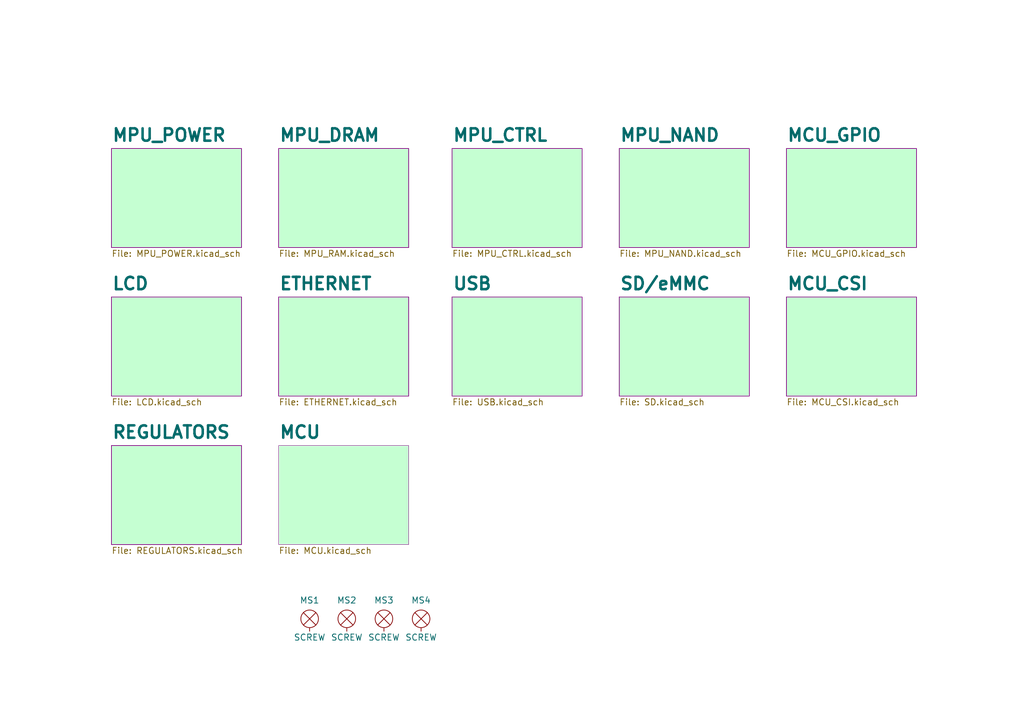
<source format=kicad_sch>
(kicad_sch (version 20210621) (generator eeschema)
  (paper "A5")
  (title_block (title "iMX6ULL Compute Module & Base Board") (date "2021-03-23") (rev "1.0") (company "AHSA Elektronik"))
  (lib_symbols
    (symbol "abdullah:SCREW" (pin_numbers hide) (pin_names hide)
      (property "Reference" "MS" (at 0 3.81 0))
      (property "Value" "SCREW" (at 0 -3.81 0))
      (symbol "SCREW_0_1"
        (circle (center 0 0) (radius 1.8034))
        (polyline (pts (xy -1.27 -1.27) (xy 1.27 1.27)))
        (polyline (pts (xy 1.27 -1.27) (xy -1.27 1.27)))
      )
      (symbol "SCREW_1_1"
        (pin input line (at 0 -2.54 90) (length 0.635) (name "Back") (number "1"))
      )
    )
  )
  (symbol (lib_id "abdullah:SCREW") (at 63.5 127 0) (unit 1)
    (property "Reference" "MS1" (at 63.5 123.19 0))
    (property "Value" "SCREW" (at 63.5 130.81 0))
    (property "Footprint" "new-abdullah:M3-Screw-Front" (effects hide))
  )
  (symbol (lib_id "abdullah:SCREW") (at 71.12 127 0) (unit 1)
    (property "Reference" "MS2" (at 71.12 123.19 0))
    (property "Value" "SCREW" (at 71.12 130.81 0))
    (property "Footprint" "new-abdullah:M3-Screw-Front" (effects hide))
  )
  (symbol (lib_id "abdullah:SCREW") (at 78.74 127 0) (unit 1)
    (property "Reference" "MS3" (at 78.74 123.19 0))
    (property "Value" "SCREW" (at 78.74 130.81 0))
    (property "Footprint" "new-abdullah:M3-Screw-Front" (effects hide))
  )
  (symbol (lib_id "abdullah:SCREW") (at 86.36 127 0) (unit 1)
    (property "Reference" "MS4" (at 86.36 123.19 0))
    (property "Value" "SCREW" (at 86.36 130.81 0))
    (property "Footprint" "new-abdullah:M3-Screw-Front" (effects hide))
  )
  (sheet (at 57.15 60.96) (size 26.67 20.32) (stroke (width 0) (color 132 0 132 1)) (fill (color 197 255 210 1.0000))
    (property "Sheet name" "ETHERNET" (at 57.15 59.69 0) (effects (font (size 2.54 2.54) bold) (justify left bottom)))
    (property "Sheet file" "ETHERNET.kicad_sch" (at 57.15 81.7885 0) (effects (justify left top)))
  )
  (sheet (at 22.86 60.96) (size 26.67 20.32) (stroke (width 0) (color 132 0 132 1)) (fill (color 197 255 210 1.0000))
    (property "Sheet name" "LCD" (at 22.86 59.69 0) (effects (font (size 2.54 2.54) bold) (justify left bottom)))
    (property "Sheet file" "LCD.kicad_sch" (at 22.86 81.7885 0) (effects (justify left top)))
  )
  (sheet (at 57.15 91.44) (size 26.67 20.32) (stroke (width 0.0006) (color 132 0 132 1)) (fill (color 197 255 210 1.0000))
    (property "Sheet name" "MCU" (at 57.15 90.1693 0) (effects (font (size 2.54 2.54) bold) (justify left bottom)))
    (property "Sheet file" "MCU.kicad_sch" (at 57.15 112.2687 0) (effects (justify left top)))
  )
  (sheet (at 161.29 60.96) (size 26.67 20.32) (stroke (width 0) (color 132 0 132 1)) (fill (color 197 255 210 1.0000))
    (property "Sheet name" "MCU_CSI" (at 161.29 59.69 0) (effects (font (size 2.54 2.54) bold) (justify left bottom)))
    (property "Sheet file" "MCU_CSI.kicad_sch" (at 161.29 81.7885 0) (effects (justify left top)))
  )
  (sheet (at 161.29 30.48) (size 26.67 20.32) (stroke (width 0) (color 132 0 132 1)) (fill (color 197 255 210 1.0000))
    (property "Sheet name" "MCU_GPIO" (at 161.29 29.21 0) (effects (font (size 2.54 2.54) bold) (justify left bottom)))
    (property "Sheet file" "MCU_GPIO.kicad_sch" (at 161.29 51.3085 0) (effects (justify left top)))
  )
  (sheet (at 92.71 30.48) (size 26.67 20.32) (stroke (width 0) (color 132 0 132 1)) (fill (color 197 255 210 1.0000))
    (property "Sheet name" "MPU_CTRL" (at 92.71 29.2095 0) (effects (font (size 2.54 2.54) bold) (justify left bottom)))
    (property "Sheet file" "MPU_CTRL.kicad_sch" (at 92.71 51.3085 0) (effects (justify left top)))
  )
  (sheet (at 57.15 30.48) (size 26.67 20.32) (stroke (width 0) (color 132 0 132 1)) (fill (color 197 255 210 1.0000))
    (property "Sheet name" "MPU_DRAM" (at 57.15 29.2095 0) (effects (font (size 2.54 2.54) bold) (justify left bottom)))
    (property "Sheet file" "MPU_RAM.kicad_sch" (at 57.15 51.3085 0) (effects (justify left top)))
  )
  (sheet (at 127 30.48) (size 26.67 20.32) (stroke (width 0) (color 132 0 132 1)) (fill (color 197 255 210 1.0000))
    (property "Sheet name" "MPU_NAND" (at 127 29.21 0) (effects (font (size 2.54 2.54) bold) (justify left bottom)))
    (property "Sheet file" "MPU_NAND.kicad_sch" (at 127 51.3085 0) (effects (justify left top)))
  )
  (sheet (at 22.86 30.48) (size 26.67 20.32) (stroke (width 0) (color 132 0 132 1)) (fill (color 197 255 210 1.0000))
    (property "Sheet name" "MPU_POWER" (at 22.86 29.2095 0) (effects (font (size 2.54 2.54) bold) (justify left bottom)))
    (property "Sheet file" "MPU_POWER.kicad_sch" (at 22.86 51.3085 0) (effects (justify left top)))
  )
  (sheet (at 22.86 91.44) (size 26.67 20.32) (stroke (width 0) (color 132 0 132 1)) (fill (color 197 255 210 1.0000))
    (property "Sheet name" "REGULATORS" (at 22.86 90.1695 0) (effects (font (size 2.54 2.54) bold) (justify left bottom)))
    (property "Sheet file" "REGULATORS.kicad_sch" (at 22.86 112.2685 0) (effects (justify left top)))
  )
  (sheet (at 127 60.96) (size 26.67 20.32) (stroke (width 0) (color 132 0 132 1)) (fill (color 197 255 210 1.0000))
    (property "Sheet name" "SD/eMMC" (at 127 59.69 0) (effects (font (size 2.54 2.54) bold) (justify left bottom)))
    (property "Sheet file" "SD.kicad_sch" (at 127 81.7885 0) (effects (justify left top)))
  )
  (sheet (at 92.71 60.96) (size 26.67 20.32) (stroke (width 0) (color 132 0 132 1)) (fill (color 197 255 210 1.0000))
    (property "Sheet name" "USB" (at 92.71 59.69 0) (effects (font (size 2.54 2.54) bold) (justify left bottom)))
    (property "Sheet file" "USB.kicad_sch" (at 92.71 81.7885 0) (effects (justify left top)))
  )
)
</source>
